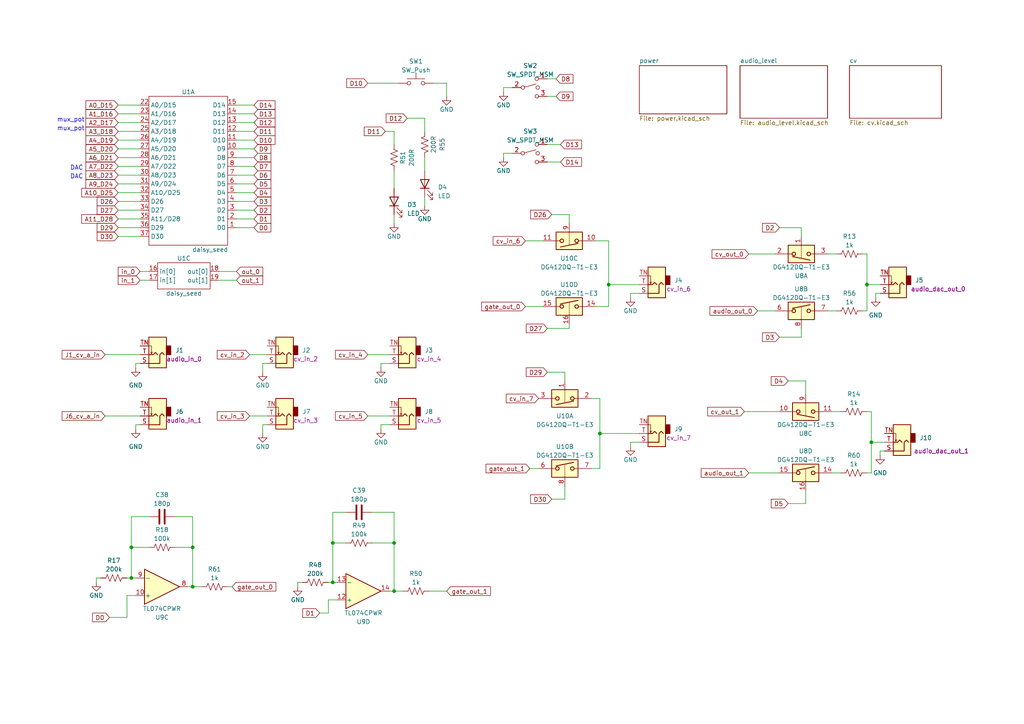
<source format=kicad_sch>
(kicad_sch (version 20230121) (generator eeschema)
  (paper "A4")
  (lib_symbols
    (symbol "Amplifier_Operational:TL074" (pin_names (offset 0.127))
      (property "Reference" "U" (at 0 5.08 0))
      (property "Value" "TL074" (at 0 -5.08 0))
      (symbol "TL074_1_1"
        (polyline (pts (xy -5.08 5.08) (xy 5.08 0) (xy -5.08 -5.08) (xy -5.08 5.08)) (stroke (width 0.254)) (fill (type background)))
        (pin output line (at 7.62 0 180) (length 2.54) (name "~") (number "1"))
        (pin input line (at -7.62 -2.54 0) (length 2.54) (name "-") (number "2"))
        (pin input line (at -7.62 2.54 0) (length 2.54) (name "+") (number "3"))
      )
      (symbol "TL074_2_1"
        (polyline (pts (xy -5.08 5.08) (xy 5.08 0) (xy -5.08 -5.08) (xy -5.08 5.08)) (stroke (width 0.254)) (fill (type background)))
        (pin input line (at -7.62 2.54 0) (length 2.54) (name "+") (number "5"))
        (pin input line (at -7.62 -2.54 0) (length 2.54) (name "-") (number "6"))
        (pin output line (at 7.62 0 180) (length 2.54) (name "~") (number "7"))
      )
      (symbol "TL074_3_1"
        (polyline (pts (xy -5.08 5.08) (xy 5.08 0) (xy -5.08 -5.08) (xy -5.08 5.08)) (stroke (width 0.254)) (fill (type background)))
        (pin input line (at -7.62 2.54 0) (length 2.54) (name "+") (number "10"))
        (pin output line (at 7.62 0 180) (length 2.54) (name "~") (number "8"))
        (pin input line (at -7.62 -2.54 0) (length 2.54) (name "-") (number "9"))
      )
      (symbol "TL074_4_1"
        (polyline (pts (xy -5.08 5.08) (xy 5.08 0) (xy -5.08 -5.08) (xy -5.08 5.08)) (stroke (width 0.254)) (fill (type background)))
        (pin input line (at -7.62 2.54 0) (length 2.54) (name "+") (number "12"))
        (pin input line (at -7.62 -2.54 0) (length 2.54) (name "-") (number "13"))
        (pin output line (at 7.62 0 180) (length 2.54) (name "~") (number "14"))
      )
      (symbol "TL074_5_1"
        (pin power_in line (at -2.54 -7.62 90) (length 3.81) (name "V-") (number "11"))
        (pin power_in line (at -2.54 7.62 270) (length 3.81) (name "V+") (number "4"))
      )
    )
    (symbol "Analog_Switch:DG412xUE" (pin_names (offset 0.254))
      (property "Reference" "U" (at -3.175 5.334 0))
      (property "Value" "DG412xUE" (at -3.175 3.556 0))
      (symbol "DG412xUE_1_1"
        (rectangle (start -3.81 2.54) (end 3.81 -2.54) (stroke (width 0.254)) (fill (type background)))
        (circle (center -2.159 0) (radius 0.508) (stroke (width 0.254)))
        (polyline (pts (xy -5.08 0) (xy -2.794 0)))
        (polyline (pts (xy -2.54 0.762) (xy 2.54 1.778)) (stroke (width 0.254)))
        (polyline (pts (xy 0 -2.54) (xy 0 -2.032)))
        (polyline (pts (xy 0 -1.778) (xy 0 -1.524)))
        (polyline (pts (xy 0 -1.27) (xy 0 -1.016)))
        (polyline (pts (xy 0 -0.762) (xy 0 -0.508)))
        (polyline (pts (xy 0 -0.254) (xy 0 0)))
        (polyline (pts (xy 0 0.254) (xy 0 0.508)))
        (polyline (pts (xy 0 0.762) (xy 0 1.016)))
        (polyline (pts (xy 5.08 0) (xy 2.794 0)))
        (circle (center 2.159 0) (radius 0.508) (stroke (width 0.254)))
        (pin input line (at 0 -5.08 90) (length 2.54) (name "~") (number "1"))
        (pin passive line (at -7.62 0 0) (length 2.54) (name "~") (number "2"))
        (pin passive line (at 7.62 0 180) (length 2.54) (name "~") (number "3"))
      )
      (symbol "DG412xUE_2_1"
        (rectangle (start -3.81 2.54) (end 3.81 -2.54) (stroke (width 0.254)) (fill (type background)))
        (circle (center -2.159 0) (radius 0.508) (stroke (width 0.254)))
        (polyline (pts (xy -5.08 0) (xy -2.794 0)))
        (polyline (pts (xy -2.54 0.762) (xy 2.54 1.778)) (stroke (width 0.254)))
        (polyline (pts (xy 0 -2.54) (xy 0 -2.032)))
        (polyline (pts (xy 0 -1.778) (xy 0 -1.524)))
        (polyline (pts (xy 0 -1.27) (xy 0 -1.016)))
        (polyline (pts (xy 0 -0.762) (xy 0 -0.508)))
        (polyline (pts (xy 0 -0.254) (xy 0 0)))
        (polyline (pts (xy 0 0.254) (xy 0 0.508)))
        (polyline (pts (xy 0 0.762) (xy 0 1.016)))
        (polyline (pts (xy 5.08 0) (xy 2.794 0)))
        (circle (center 2.159 0) (radius 0.508) (stroke (width 0.254)))
        (pin passive line (at -7.62 0 0) (length 2.54) (name "~") (number "6"))
        (pin passive line (at 7.62 0 180) (length 2.54) (name "~") (number "7"))
        (pin input line (at 0 -5.08 90) (length 2.54) (name "~") (number "8"))
      )
      (symbol "DG412xUE_3_1"
        (rectangle (start -3.81 2.54) (end 3.81 -2.54) (stroke (width 0.254)) (fill (type background)))
        (circle (center -2.159 0) (radius 0.508) (stroke (width 0.254)))
        (polyline (pts (xy -5.08 0) (xy -2.794 0)))
        (polyline (pts (xy -2.54 0.762) (xy 2.54 1.778)) (stroke (width 0.254)))
        (polyline (pts (xy 0 -2.54) (xy 0 -2.032)))
        (polyline (pts (xy 0 -1.778) (xy 0 -1.524)))
        (polyline (pts (xy 0 -1.27) (xy 0 -1.016)))
        (polyline (pts (xy 0 -0.762) (xy 0 -0.508)))
        (polyline (pts (xy 0 -0.254) (xy 0 0)))
        (polyline (pts (xy 0 0.254) (xy 0 0.508)))
        (polyline (pts (xy 0 0.762) (xy 0 1.016)))
        (polyline (pts (xy 5.08 0) (xy 2.794 0)))
        (circle (center 2.159 0) (radius 0.508) (stroke (width 0.254)))
        (pin passive line (at -7.62 0 0) (length 2.54) (name "~") (number "10"))
        (pin passive line (at 7.62 0 180) (length 2.54) (name "~") (number "11"))
        (pin input line (at 0 -5.08 90) (length 2.54) (name "~") (number "9"))
      )
      (symbol "DG412xUE_4_1"
        (rectangle (start -3.81 2.54) (end 3.81 -2.54) (stroke (width 0.254)) (fill (type background)))
        (circle (center -2.159 0) (radius 0.508) (stroke (width 0.254)))
        (polyline (pts (xy -5.08 0) (xy -2.794 0)))
        (polyline (pts (xy -2.54 0.762) (xy 2.54 1.778)) (stroke (width 0.254)))
        (polyline (pts (xy 0 -2.54) (xy 0 -2.032)))
        (polyline (pts (xy 0 -1.778) (xy 0 -1.524)))
        (polyline (pts (xy 0 -1.27) (xy 0 -1.016)))
        (polyline (pts (xy 0 -0.762) (xy 0 -0.508)))
        (polyline (pts (xy 0 -0.254) (xy 0 0)))
        (polyline (pts (xy 0 0.254) (xy 0 0.508)))
        (polyline (pts (xy 0 0.762) (xy 0 1.016)))
        (polyline (pts (xy 5.08 0) (xy 2.794 0)))
        (circle (center 2.159 0) (radius 0.508) (stroke (width 0.254)))
        (pin passive line (at 7.62 0 180) (length 2.54) (name "~") (number "14"))
        (pin passive line (at -7.62 0 0) (length 2.54) (name "~") (number "15"))
        (pin input line (at 0 -5.08 90) (length 2.54) (name "~") (number "16"))
      )
      (symbol "DG412xUE_5_0"
        (pin power_in line (at 2.54 12.7 270) (length 2.54) (name "VL") (number "12"))
        (pin power_in line (at 0 12.7 270) (length 2.54) (name "V+") (number "13"))
        (pin power_in line (at 2.54 -12.7 90) (length 2.54) (name "V-") (number "4"))
        (pin power_in line (at 0 -12.7 90) (length 2.54) (name "GND") (number "5"))
      )
      (symbol "DG412xUE_5_1"
        (rectangle (start -3.81 10.16) (end 6.35 -10.16) (stroke (width 0.254)) (fill (type background)))
      )
    )
    (symbol "Connector_Audio:AudioJack2_SwitchT"
      (property "Reference" "J" (at 0 8.89 0))
      (property "Value" "AudioJack2_SwitchT" (at 0 6.35 0))
      (symbol "AudioJack2_SwitchT_0_1"
        (rectangle (start -2.54 0) (end -3.81 -2.54) (stroke (width 0.254)) (fill (type outline)))
        (polyline (pts (xy 1.778 -0.254) (xy 2.032 -0.762)))
        (polyline (pts (xy 0 0) (xy 0.635 -0.635) (xy 1.27 0) (xy 2.54 0)) (stroke (width 0.254)))
        (polyline (pts (xy 2.54 -2.54) (xy 1.778 -2.54) (xy 1.778 -0.254) (xy 1.524 -0.762)))
        (polyline (pts (xy 2.54 2.54) (xy -0.635 2.54) (xy -0.635 0) (xy -1.27 -0.635) (xy -1.905 0)) (stroke (width 0.254)))
        (rectangle (start 2.54 3.81) (end -2.54 -5.08) (stroke (width 0.254)) (fill (type background)))
      )
      (symbol "AudioJack2_SwitchT_1_1"
        (pin passive line (at 5.08 2.54 180) (length 2.54) (name "~") (number "S"))
        (pin passive line (at 5.08 0 180) (length 2.54) (name "~") (number "T"))
        (pin passive line (at 5.08 -2.54 180) (length 2.54) (name "~") (number "TN"))
      )
    )
    (symbol "Device:C" (pin_numbers hide) (pin_names (offset 0.254))
      (property "Reference" "C" (at 0.635 2.54 0))
      (property "Value" "C" (at 0.635 -2.54 0))
      (symbol "C_0_1"
        (polyline (pts (xy -2.032 -0.762) (xy 2.032 -0.762)) (stroke (width 0.508)))
        (polyline (pts (xy -2.032 0.762) (xy 2.032 0.762)) (stroke (width 0.508)))
      )
      (symbol "C_1_1"
        (pin passive line (at 0 3.81 270) (length 2.794) (name "~") (number "1"))
        (pin passive line (at 0 -3.81 90) (length 2.794) (name "~") (number "2"))
      )
    )
    (symbol "Device:LED" (pin_numbers hide) (pin_names (offset 1.016) hide)
      (property "Reference" "D" (at 0 2.54 0))
      (property "Value" "LED" (at 0 -2.54 0))
      (symbol "LED_0_1"
        (polyline (pts (xy -1.27 -1.27) (xy -1.27 1.27)) (stroke (width 0.254)))
        (polyline (pts (xy -1.27 0) (xy 1.27 0)))
        (polyline (pts (xy 1.27 -1.27) (xy 1.27 1.27) (xy -1.27 0) (xy 1.27 -1.27)) (stroke (width 0.254)))
        (polyline (pts (xy -3.048 -0.762) (xy -4.572 -2.286) (xy -3.81 -2.286) (xy -4.572 -2.286) (xy -4.572 -1.524)))
        (polyline (pts (xy -1.778 -0.762) (xy -3.302 -2.286) (xy -2.54 -2.286) (xy -3.302 -2.286) (xy -3.302 -1.524)))
      )
      (symbol "LED_1_1"
        (pin passive line (at -3.81 0 0) (length 2.54) (name "K") (number "1"))
        (pin passive line (at 3.81 0 180) (length 2.54) (name "A") (number "2"))
      )
    )
    (symbol "Device:R_US" (pin_numbers hide) (pin_names (offset 0))
      (property "Reference" "R" (at 2.54 0 90))
      (property "Value" "R_US" (at -2.54 0 90))
      (symbol "R_US_0_1"
        (polyline (pts (xy 0 -2.286) (xy 0 -2.54)))
        (polyline (pts (xy 0 2.286) (xy 0 2.54)))
        (polyline (pts (xy 0 -0.762) (xy 1.016 -1.143) (xy 0 -1.524) (xy -1.016 -1.905) (xy 0 -2.286)))
        (polyline (pts (xy 0 0.762) (xy 1.016 0.381) (xy 0 0) (xy -1.016 -0.381) (xy 0 -0.762)))
        (polyline (pts (xy 0 2.286) (xy 1.016 1.905) (xy 0 1.524) (xy -1.016 1.143) (xy 0 0.762)))
      )
      (symbol "R_US_1_1"
        (pin passive line (at 0 3.81 270) (length 1.27) (name "~") (number "1"))
        (pin passive line (at 0 -3.81 90) (length 1.27) (name "~") (number "2"))
      )
    )
    (symbol "Switch:SW_Push" (pin_numbers hide) (pin_names (offset 1.016) hide)
      (property "Reference" "SW" (at 1.27 2.54 0))
      (property "Value" "SW_Push" (at 0 -1.524 0))
      (symbol "SW_Push_0_1"
        (circle (center -2.032 0) (radius 0.508))
        (polyline (pts (xy 0 1.27) (xy 0 3.048)))
        (polyline (pts (xy 2.54 1.27) (xy -2.54 1.27)))
        (circle (center 2.032 0) (radius 0.508))
        (pin passive line (at -5.08 0 0) (length 2.54) (name "1") (number "1"))
        (pin passive line (at 5.08 0 180) (length 2.54) (name "2") (number "2"))
      )
    )
    (symbol "Switch:SW_SPDT_MSM" (pin_names (offset 0) hide)
      (property "Reference" "SW" (at 0 5.08 0))
      (property "Value" "SW_SPDT_MSM" (at 0 -5.08 0))
      (symbol "SW_SPDT_MSM_0_0"
        (circle (center -2.032 0) (radius 0.508))
        (polyline (pts (xy -1.524 0.127) (xy 1.778 1.016)))
        (circle (center 2.032 -2.54) (radius 0.508))
      )
      (symbol "SW_SPDT_MSM_0_1"
        (circle (center 2.032 2.54) (radius 0.508))
        (circle (center 2.286 0) (radius 0.508))
      )
      (symbol "SW_SPDT_MSM_1_1"
        (pin passive line (at 5.08 2.54 180) (length 2.54) (name "1") (number "1"))
        (pin passive line (at -5.08 0 0) (length 2.54) (name "2") (number "2"))
        (pin passive line (at 5.08 -2.54 180) (length 2.54) (name "3") (number "3"))
      )
    )
    (symbol "daisy_seed_1"
      (property "Reference" "U" (at -6.35 1.27 0))
      (symbol "daisy_seed_1_1_1"
        (rectangle (start -11.43 0) (end -11.43 0))
        (rectangle (start -11.43 0) (end 11.43 -43.18))
        (pin input line (at 13.97 -38.1 180) (length 2.54) (name "D0") (number "1"))
        (pin input line (at 13.97 -15.24 180) (length 2.54) (name "D9") (number "10"))
        (pin input line (at 13.97 -12.7 180) (length 2.54) (name "D10") (number "11"))
        (pin input line (at 13.97 -10.16 180) (length 2.54) (name "D11") (number "12"))
        (pin input line (at 13.97 -7.62 180) (length 2.54) (name "D12") (number "13"))
        (pin input line (at 13.97 -5.08 180) (length 2.54) (name "D13") (number "14"))
        (pin input line (at 13.97 -2.54 180) (length 2.54) (name "D14") (number "15"))
        (pin input line (at 13.97 -35.56 180) (length 2.54) (name "D1") (number "2"))
        (pin bidirectional line (at -13.97 -2.54 0) (length 2.54) (name "A0/D15") (number "22"))
        (pin bidirectional line (at -13.97 -5.08 0) (length 2.54) (name "A1/D16") (number "23"))
        (pin bidirectional line (at -13.97 -7.62 0) (length 2.54) (name "A2/D17") (number "24"))
        (pin bidirectional line (at -13.97 -10.16 0) (length 2.54) (name "A3/D18") (number "25"))
        (pin bidirectional line (at -13.97 -12.7 0) (length 2.54) (name "A4/D19") (number "26"))
        (pin bidirectional line (at -13.97 -15.24 0) (length 2.54) (name "A5/D20") (number "27"))
        (pin bidirectional line (at -13.97 -17.78 0) (length 2.54) (name "A6/D21") (number "28"))
        (pin bidirectional line (at -13.97 -20.32 0) (length 2.54) (name "A7/D22") (number "29"))
        (pin input line (at 13.97 -33.02 180) (length 2.54) (name "D2") (number "3"))
        (pin bidirectional line (at -13.97 -22.86 0) (length 2.54) (name "A8/D23") (number "30"))
        (pin bidirectional line (at -13.97 -25.4 0) (length 2.54) (name "A9/D24") (number "31"))
        (pin bidirectional line (at -13.97 -27.94 0) (length 2.54) (name "A10/D25") (number "32"))
        (pin bidirectional line (at -13.97 -30.48 0) (length 2.54) (name "D26") (number "33"))
        (pin bidirectional line (at -13.97 -33.02 0) (length 2.54) (name "D27") (number "34"))
        (pin bidirectional line (at -13.97 -35.56 0) (length 2.54) (name "A11/D28") (number "35"))
        (pin bidirectional line (at -13.97 -38.1 0) (length 2.54) (name "D29") (number "36"))
        (pin bidirectional line (at -13.97 -40.64 0) (length 2.54) (name "D30") (number "37"))
        (pin input line (at 13.97 -30.48 180) (length 2.54) (name "D3") (number "4"))
        (pin input line (at 13.97 -27.94 180) (length 2.54) (name "D4") (number "5"))
        (pin input line (at 13.97 -25.4 180) (length 2.54) (name "D5") (number "6"))
        (pin input line (at 13.97 -22.86 180) (length 2.54) (name "D6") (number "7"))
        (pin input line (at 13.97 -20.32 180) (length 2.54) (name "D7") (number "8"))
        (pin input line (at 13.97 -17.78 180) (length 2.54) (name "D8") (number "9"))
      )
      (symbol "daisy_seed_1_2_1"
        (rectangle (start -10.16 0) (end 10.16 -12.7))
        (pin power_in line (at -12.7 -10.16 0) (length 2.54) (name "AGND") (number "20"))
        (pin power_out line (at 12.7 -8.89 180) (length 2.54) (name "3V3_Analog") (number "21"))
        (pin power_out line (at 12.7 -3.81 180) (length 2.54) (name "3V3_Digital") (number "38"))
        (pin power_in line (at -12.7 -2.54 0) (length 2.54) (name "VIN") (number "39"))
        (pin power_in line (at -12.7 -6.35 0) (length 2.54) (name "DGND") (number "40"))
      )
      (symbol "daisy_seed_1_3_1"
        (rectangle (start -7.62 0) (end 7.62 -7.62))
        (pin input line (at -10.16 -2.54 0) (length 2.54) (name "in[0]") (number "16"))
        (pin input line (at -10.16 -5.08 0) (length 2.54) (name "in[1]") (number "17"))
        (pin output line (at 10.16 -2.54 180) (length 2.54) (name "out[0]") (number "18"))
        (pin output line (at 10.16 -5.08 180) (length 2.54) (name "out[1]") (number "19"))
      )
    )
    (symbol "power:GND" (power) (pin_names (offset 0))
      (property "Value" "GND" (at 0 -3.81 0))
      (symbol "GND_0_1"
        (polyline (pts (xy 0 0) (xy 0 -1.27) (xy 1.27 -1.27) (xy 0 -2.54) (xy -1.27 -1.27) (xy 0 -1.27)))
      )
      (symbol "GND_1_1"
        (pin power_in line (at 0 0 270) (length 0) hide (name "GND") (number "1"))
      )
    )
    (symbol "synthesis:daisy_seed"
      (property "Reference" "U" (at -6.35 1.27 0))
      (symbol "daisy_seed_1_1"
        (rectangle (start -11.43 0) (end -11.43 0))
        (rectangle (start -11.43 0) (end 11.43 -43.18))
        (pin input line (at 13.97 -38.1 180) (length 2.54) (name "D0") (number "1"))
        (pin input line (at 13.97 -15.24 180) (length 2.54) (name "D9") (number "10"))
        (pin input line (at 13.97 -12.7 180) (length 2.54) (name "D10") (number "11"))
        (pin input line (at 13.97 -10.16 180) (length 2.54) (name "D11") (number "12"))
        (pin input line (at 13.97 -7.62 180) (length 2.54) (name "D12") (number "13"))
        (pin input line (at 13.97 -5.08 180) (length 2.54) (name "D13") (number "14"))
        (pin input line (at 13.97 -2.54 180) (length 2.54) (name "D14") (number "15"))
        (pin input line (at 13.97 -35.56 180) (length 2.54) (name "D1") (number "2"))
        (pin bidirectional line (at -13.97 -2.54 0) (length 2.54) (name "A0/D15") (number "22"))
        (pin bidirectional line (at -13.97 -5.08 0) (length 2.54) (name "A1/D16") (number "23"))
        (pin bidirectional line (at -13.97 -7.62 0) (length 2.54) (name "A2/D17") (number "24"))
        (pin bidirectional line (at -13.97 -10.16 0) (length 2.54) (name "A3/D18") (number "25"))
        (pin bidirectional line (at -13.97 -12.7 0) (length 2.54) (name "A4/D19") (number "26"))
        (pin bidirectional line (at -13.97 -15.24 0) (length 2.54) (name "A5/D20") (number "27"))
        (pin bidirectional line (at -13.97 -17.78 0) (length 2.54) (name "A6/D21") (number "28"))
        (pin bidirectional line (at -13.97 -20.32 0) (length 2.54) (name "A7/D22") (number "29"))
        (pin input line (at 13.97 -33.02 180) (length 2.54) (name "D2") (number "3"))
        (pin bidirectional line (at -13.97 -22.86 0) (length 2.54) (name "A8/D23") (number "30"))
        (pin bidirectional line (at -13.97 -25.4 0) (length 2.54) (name "A9/D24") (number "31"))
        (pin bidirectional line (at -13.97 -27.94 0) (length 2.54) (name "A10/D25") (number "32"))
        (pin bidirectional line (at -13.97 -30.48 0) (length 2.54) (name "D26") (number "33"))
        (pin bidirectional line (at -13.97 -33.02 0) (length 2.54) (name "D27") (number "34"))
        (pin bidirectional line (at -13.97 -35.56 0) (length 2.54) (name "A11/D28") (number "35"))
        (pin bidirectional line (at -13.97 -38.1 0) (length 2.54) (name "D29") (number "36"))
        (pin bidirectional line (at -13.97 -40.64 0) (length 2.54) (name "D30") (number "37"))
        (pin input line (at 13.97 -30.48 180) (length 2.54) (name "D3") (number "4"))
        (pin input line (at 13.97 -27.94 180) (length 2.54) (name "D4") (number "5"))
        (pin input line (at 13.97 -25.4 180) (length 2.54) (name "D5") (number "6"))
        (pin input line (at 13.97 -22.86 180) (length 2.54) (name "D6") (number "7"))
        (pin input line (at 13.97 -20.32 180) (length 2.54) (name "D7") (number "8"))
        (pin input line (at 13.97 -17.78 180) (length 2.54) (name "D8") (number "9"))
      )
      (symbol "daisy_seed_2_1"
        (rectangle (start -10.16 0) (end 10.16 -12.7))
        (pin power_in line (at -12.7 -10.16 0) (length 2.54) (name "AGND") (number "20"))
        (pin power_out line (at 12.7 -8.89 180) (length 2.54) (name "3V3_Analog") (number "21"))
        (pin power_out line (at 12.7 -3.81 180) (length 2.54) (name "3V3_Digital") (number "38"))
        (pin power_in line (at -12.7 -2.54 0) (length 2.54) (name "VIN") (number "39"))
        (pin power_in line (at -12.7 -6.35 0) (length 2.54) (name "DGND") (number "40"))
      )
      (symbol "daisy_seed_3_1"
        (rectangle (start -7.62 0) (end 7.62 -7.62))
        (pin input line (at -10.16 -2.54 0) (length 2.54) (name "in[0]") (number "16"))
        (pin input line (at -10.16 -5.08 0) (length 2.54) (name "in[1]") (number "17"))
        (pin output line (at 10.16 -2.54 180) (length 2.54) (name "out[0]") (number "18"))
        (pin output line (at 10.16 -5.08 180) (length 2.54) (name "out[1]") (number "19"))
      )
    )
  )
  (junction (at 252.73 128.27))
  (junction (at 38.1 158.75))
  (junction (at 96.52 157.48))
  (junction (at 251.46 82.55))
  (junction (at 173.99 125.73))
  (junction (at 114.3 171.45))
  (junction (at 38.1 167.64))
  (junction (at 55.88 170.18))
  (junction (at 55.88 158.75))
  (junction (at 176.53 82.55))
  (junction (at 114.3 157.48))
  (junction (at 96.52 168.91))
  (wire (pts (xy 252.73 128.27) (xy 256.54 128.27)))
  (wire (pts (xy 34.29 66.04) (xy 40.64 66.04)))
  (wire (pts (xy 38.1 149.86) (xy 38.1 158.75)))
  (wire (pts (xy 160.02 62.23) (xy 165.1 62.23)))
  (wire (pts (xy 55.88 158.75) (xy 55.88 170.18)))
  (wire (pts (xy 232.41 66.04) (xy 232.41 68.58)))
  (wire (pts (xy 34.29 40.64) (xy 40.64 40.64)))
  (wire (pts (xy 110.49 106.68) (xy 110.49 105.41)))
  (wire (pts (xy 55.88 149.86) (xy 55.88 158.75)))
  (wire (pts (xy 123.19 57.15) (xy 123.19 59.69)))
  (wire (pts (xy 39.37 105.41) (xy 40.64 105.41)))
  (wire (pts (xy 107.95 148.59) (xy 114.3 148.59)))
  (wire (pts (xy 38.1 167.64) (xy 38.1 158.75)))
  (wire (pts (xy 27.94 168.91) (xy 27.94 167.64)))
  (wire (pts (xy 68.58 33.02) (xy 73.66 33.02)))
  (wire (pts (xy 114.3 157.48) (xy 114.3 171.45)))
  (wire (pts (xy 255.27 132.08) (xy 255.27 130.81)))
  (wire (pts (xy 182.88 86.36) (xy 182.88 85.09)))
  (wire (pts (xy 55.88 170.18) (xy 58.42 170.18)))
  (wire (pts (xy 172.72 69.85) (xy 176.53 69.85)))
  (wire (pts (xy 76.2 125.73) (xy 76.2 123.19)))
  (wire (pts (xy 38.1 167.64) (xy 39.37 167.64)))
  (wire (pts (xy 232.41 97.79) (xy 232.41 95.25)))
  (wire (pts (xy 158.75 46.99) (xy 162.56 46.99)))
  (wire (pts (xy 63.5 78.74) (xy 68.58 78.74)))
  (wire (pts (xy 68.58 43.18) (xy 73.66 43.18)))
  (wire (pts (xy 34.29 58.42) (xy 40.64 58.42)))
  (wire (pts (xy 96.52 148.59) (xy 96.52 157.48)))
  (wire (pts (xy 163.83 107.95) (xy 163.83 110.49)))
  (wire (pts (xy 125.73 24.13) (xy 129.54 24.13)))
  (wire (pts (xy 34.29 55.88) (xy 40.64 55.88)))
  (wire (pts (xy 68.58 53.34) (xy 73.66 53.34)))
  (wire (pts (xy 68.58 35.56) (xy 73.66 35.56)))
  (wire (pts (xy 251.46 82.55) (xy 251.46 90.17)))
  (wire (pts (xy 158.75 22.86) (xy 161.29 22.86)))
  (wire (pts (xy 34.29 35.56) (xy 40.64 35.56)))
  (wire (pts (xy 124.46 171.45) (xy 129.54 171.45)))
  (wire (pts (xy 34.29 30.48) (xy 40.64 30.48)))
  (wire (pts (xy 228.6 110.49) (xy 233.68 110.49)))
  (wire (pts (xy 182.88 129.54) (xy 182.88 128.27)))
  (wire (pts (xy 111.76 38.1) (xy 114.3 38.1)))
  (wire (pts (xy 72.39 102.87) (xy 77.47 102.87)))
  (wire (pts (xy 250.19 90.17) (xy 251.46 90.17)))
  (wire (pts (xy 176.53 82.55) (xy 185.42 82.55)))
  (wire (pts (xy 176.53 88.9) (xy 176.53 82.55)))
  (wire (pts (xy 118.11 34.29) (xy 123.19 34.29)))
  (wire (pts (xy 68.58 66.04) (xy 73.66 66.04)))
  (wire (pts (xy 68.58 55.88) (xy 73.66 55.88)))
  (wire (pts (xy 106.68 120.65) (xy 113.03 120.65)))
  (wire (pts (xy 76.2 105.41) (xy 77.47 105.41)))
  (wire (pts (xy 106.68 102.87) (xy 113.03 102.87)))
  (wire (pts (xy 39.37 106.68) (xy 39.37 105.41)))
  (wire (pts (xy 34.29 60.96) (xy 40.64 60.96)))
  (wire (pts (xy 158.75 107.95) (xy 163.83 107.95)))
  (wire (pts (xy 68.58 63.5) (xy 73.66 63.5)))
  (wire (pts (xy 27.94 167.64) (xy 29.21 167.64)))
  (wire (pts (xy 160.02 144.78) (xy 163.83 144.78)))
  (wire (pts (xy 50.8 158.75) (xy 55.88 158.75)))
  (wire (pts (xy 165.1 62.23) (xy 165.1 64.77)))
  (wire (pts (xy 252.73 119.38) (xy 251.46 119.38)))
  (wire (pts (xy 86.36 170.18) (xy 86.36 168.91)))
  (wire (pts (xy 66.04 170.18) (xy 67.31 170.18)))
  (wire (pts (xy 95.25 173.99) (xy 95.25 177.8)))
  (wire (pts (xy 36.83 172.72) (xy 39.37 172.72)))
  (wire (pts (xy 100.33 148.59) (xy 96.52 148.59)))
  (wire (pts (xy 76.2 107.95) (xy 76.2 105.41)))
  (wire (pts (xy 34.29 48.26) (xy 40.64 48.26)))
  (wire (pts (xy 114.3 148.59) (xy 114.3 157.48)))
  (wire (pts (xy 114.3 171.45) (xy 116.84 171.45)))
  (wire (pts (xy 233.68 110.49) (xy 233.68 114.3)))
  (wire (pts (xy 38.1 158.75) (xy 43.18 158.75)))
  (wire (pts (xy 95.25 173.99) (xy 97.79 173.99)))
  (wire (pts (xy 182.88 85.09) (xy 185.42 85.09)))
  (wire (pts (xy 251.46 73.66) (xy 250.19 73.66)))
  (wire (pts (xy 107.95 157.48) (xy 114.3 157.48)))
  (wire (pts (xy 158.75 27.94) (xy 161.29 27.94)))
  (wire (pts (xy 173.99 125.73) (xy 185.42 125.73)))
  (wire (pts (xy 95.25 168.91) (xy 96.52 168.91)))
  (wire (pts (xy 72.39 120.65) (xy 77.47 120.65)))
  (wire (pts (xy 34.29 68.58) (xy 40.64 68.58)))
  (wire (pts (xy 251.46 137.16) (xy 252.73 137.16)))
  (wire (pts (xy 68.58 38.1) (xy 73.66 38.1)))
  (wire (pts (xy 30.48 120.65) (xy 40.64 120.65)))
  (wire (pts (xy 152.4 88.9) (xy 157.48 88.9)))
  (wire (pts (xy 152.4 69.85) (xy 157.48 69.85)))
  (wire (pts (xy 254 85.09) (xy 255.27 85.09)))
  (wire (pts (xy 240.03 90.17) (xy 242.57 90.17)))
  (wire (pts (xy 165.1 95.25) (xy 165.1 93.98)))
  (wire (pts (xy 68.58 58.42) (xy 73.66 58.42)))
  (wire (pts (xy 50.8 149.86) (xy 55.88 149.86)))
  (wire (pts (xy 34.29 53.34) (xy 40.64 53.34)))
  (wire (pts (xy 252.73 128.27) (xy 252.73 119.38)))
  (wire (pts (xy 217.17 137.16) (xy 226.06 137.16)))
  (wire (pts (xy 146.05 25.4) (xy 148.59 25.4)))
  (wire (pts (xy 34.29 63.5) (xy 40.64 63.5)))
  (wire (pts (xy 254 86.36) (xy 254 85.09)))
  (wire (pts (xy 163.83 144.78) (xy 163.83 140.97)))
  (wire (pts (xy 219.71 90.17) (xy 224.79 90.17)))
  (wire (pts (xy 92.71 177.8) (xy 95.25 177.8)))
  (wire (pts (xy 34.29 38.1) (xy 40.64 38.1)))
  (wire (pts (xy 171.45 135.89) (xy 173.99 135.89)))
  (wire (pts (xy 146.05 44.45) (xy 148.59 44.45)))
  (wire (pts (xy 173.99 125.73) (xy 173.99 135.89)))
  (wire (pts (xy 114.3 62.23) (xy 114.3 64.77)))
  (wire (pts (xy 110.49 124.46) (xy 110.49 123.19)))
  (wire (pts (xy 171.45 115.57) (xy 173.99 115.57)))
  (wire (pts (xy 251.46 82.55) (xy 251.46 73.66)))
  (wire (pts (xy 251.46 82.55) (xy 255.27 82.55)))
  (wire (pts (xy 100.33 157.48) (xy 96.52 157.48)))
  (wire (pts (xy 31.75 179.07) (xy 36.83 179.07)))
  (wire (pts (xy 241.3 137.16) (xy 243.84 137.16)))
  (wire (pts (xy 240.03 73.66) (xy 242.57 73.66)))
  (wire (pts (xy 114.3 38.1) (xy 114.3 41.91)))
  (wire (pts (xy 68.58 50.8) (xy 73.66 50.8)))
  (wire (pts (xy 68.58 48.26) (xy 73.66 48.26)))
  (wire (pts (xy 34.29 50.8) (xy 40.64 50.8)))
  (wire (pts (xy 96.52 157.48) (xy 96.52 168.91)))
  (wire (pts (xy 153.67 135.89) (xy 156.21 135.89)))
  (wire (pts (xy 36.83 172.72) (xy 36.83 179.07)))
  (wire (pts (xy 123.19 45.72) (xy 123.19 49.53)))
  (wire (pts (xy 158.75 41.91) (xy 162.56 41.91)))
  (wire (pts (xy 55.88 170.18) (xy 54.61 170.18)))
  (wire (pts (xy 182.88 128.27) (xy 185.42 128.27)))
  (wire (pts (xy 39.37 123.19) (xy 40.64 123.19)))
  (wire (pts (xy 76.2 123.19) (xy 77.47 123.19)))
  (wire (pts (xy 39.37 124.46) (xy 39.37 123.19)))
  (wire (pts (xy 217.17 73.66) (xy 224.79 73.66)))
  (wire (pts (xy 123.19 34.29) (xy 123.19 38.1)))
  (wire (pts (xy 110.49 123.19) (xy 113.03 123.19)))
  (wire (pts (xy 228.6 146.05) (xy 233.68 146.05)))
  (wire (pts (xy 30.48 102.87) (xy 40.64 102.87)))
  (wire (pts (xy 176.53 69.85) (xy 176.53 82.55)))
  (wire (pts (xy 215.9 119.38) (xy 226.06 119.38)))
  (wire (pts (xy 114.3 171.45) (xy 113.03 171.45)))
  (wire (pts (xy 255.27 130.81) (xy 256.54 130.81)))
  (wire (pts (xy 68.58 40.64) (xy 73.66 40.64)))
  (wire (pts (xy 34.29 45.72) (xy 40.64 45.72)))
  (wire (pts (xy 129.54 24.13) (xy 129.54 27.94)))
  (wire (pts (xy 241.3 119.38) (xy 243.84 119.38)))
  (wire (pts (xy 68.58 45.72) (xy 73.66 45.72)))
  (wire (pts (xy 114.3 49.53) (xy 114.3 54.61)))
  (wire (pts (xy 146.05 45.72) (xy 146.05 44.45)))
  (wire (pts (xy 233.68 146.05) (xy 233.68 142.24)))
  (wire (pts (xy 96.52 168.91) (xy 97.79 168.91)))
  (wire (pts (xy 40.64 81.28) (xy 43.18 81.28)))
  (wire (pts (xy 63.5 81.28) (xy 68.58 81.28)))
  (wire (pts (xy 106.68 24.13) (xy 115.57 24.13)))
  (wire (pts (xy 158.75 95.25) (xy 165.1 95.25)))
  (wire (pts (xy 252.73 137.16) (xy 252.73 128.27)))
  (wire (pts (xy 172.72 88.9) (xy 176.53 88.9)))
  (wire (pts (xy 34.29 33.02) (xy 40.64 33.02)))
  (wire (pts (xy 43.18 149.86) (xy 38.1 149.86)))
  (wire (pts (xy 146.05 26.67) (xy 146.05 25.4)))
  (wire (pts (xy 226.06 97.79) (xy 232.41 97.79)))
  (wire (pts (xy 36.83 167.64) (xy 38.1 167.64)))
  (wire (pts (xy 86.36 168.91) (xy 87.63 168.91)))
  (wire (pts (xy 68.58 60.96) (xy 73.66 60.96)))
  (wire (pts (xy 226.06 66.04) (xy 232.41 66.04)))
  (wire (pts (xy 173.99 115.57) (xy 173.99 125.73)))
  (wire (pts (xy 34.29 43.18) (xy 40.64 43.18)))
  (wire (pts (xy 40.64 78.74) (xy 43.18 78.74)))
  (wire (pts (xy 68.58 30.48) (xy 73.66 30.48)))
  (wire (pts (xy 110.49 105.41) (xy 113.03 105.41)))
  (text "DAC" (at 20.32 49.53 0) (effects (font (size 1.27 1.27)) (justify left bottom)))
  (text "mux_pot" (at 16.51 35.56 0) (effects (font (size 1.27 1.27)) (justify left bottom)))
  (text "DAC" (at 20.32 52.07 0) (effects (font (size 1.27 1.27)) (justify left bottom)))
  (text "mux_pot" (at 16.51 38.1 0) (effects (font (size 1.27 1.27)) (justify left bottom)))
  (global_label "D12" (shape input) (at 73.66 35.56 0) (property "Intersheetrefs" "${INTERSHEET_REFS}" (effects hide)))
  (global_label "D2" (shape input) (at 73.66 60.96 0) (property "Intersheetrefs" "${INTERSHEET_REFS}" (effects hide)))
  (global_label "gate_out_0" (shape input) (at 152.4 88.9 180) (property "Intersheetrefs" "${INTERSHEET_REFS}" (effects hide)))
  (global_label "D0" (shape input) (at 31.75 179.07 180) (property "Intersheetrefs" "${INTERSHEET_REFS}" (effects hide)))
  (global_label "A8_D23" (shape input) (at 34.29 50.8 180) (property "Intersheetrefs" "${INTERSHEET_REFS}" (effects hide)))
  (global_label "D2" (shape input) (at 226.06 66.04 180) (property "Intersheetrefs" "${INTERSHEET_REFS}" (effects hide)))
  (global_label "A7_D22" (shape input) (at 34.29 48.26 180) (property "Intersheetrefs" "${INTERSHEET_REFS}" (effects hide)))
  (global_label "gate_out_0" (shape input) (at 67.31 170.18 0) (property "Intersheetrefs" "${INTERSHEET_REFS}" (effects hide)))
  (global_label "in_1" (shape input) (at 40.64 81.28 180) (property "Intersheetrefs" "${INTERSHEET_REFS}" (effects hide)))
  (global_label "cv_out_0" (shape input) (at 217.17 73.66 180) (property "Intersheetrefs" "${INTERSHEET_REFS}" (effects hide)))
  (global_label "D8" (shape input) (at 161.29 22.86 0) (property "Intersheetrefs" "${INTERSHEET_REFS}" (effects hide)))
  (global_label "D1" (shape input) (at 73.66 63.5 0) (property "Intersheetrefs" "${INTERSHEET_REFS}" (effects hide)))
  (global_label "D9" (shape input) (at 161.29 27.94 0) (property "Intersheetrefs" "${INTERSHEET_REFS}" (effects hide)))
  (global_label "cv_in_7" (shape input) (at 156.21 115.57 180) (property "Intersheetrefs" "${INTERSHEET_REFS}" (effects hide)))
  (global_label "gate_out_1" (shape input) (at 153.67 135.89 180) (property "Intersheetrefs" "${INTERSHEET_REFS}" (effects hide)))
  (global_label "D9" (shape input) (at 73.66 43.18 0) (property "Intersheetrefs" "${INTERSHEET_REFS}" (effects hide)))
  (global_label "J1_cv_a_in" (shape input) (at 30.48 102.87 180) (property "Intersheetrefs" "${INTERSHEET_REFS}" (effects hide)))
  (global_label "D4" (shape input) (at 228.6 110.49 180) (property "Intersheetrefs" "${INTERSHEET_REFS}" (effects hide)))
  (global_label "A0_D15" (shape input) (at 34.29 30.48 180) (property "Intersheetrefs" "${INTERSHEET_REFS}" (effects hide)))
  (global_label "D0" (shape input) (at 73.66 66.04 0) (property "Intersheetrefs" "${INTERSHEET_REFS}" (effects hide)))
  (global_label "cv_out_1" (shape input) (at 215.9 119.38 180) (property "Intersheetrefs" "${INTERSHEET_REFS}" (effects hide)))
  (global_label "A10_D25" (shape input) (at 34.29 55.88 180) (property "Intersheetrefs" "${INTERSHEET_REFS}" (effects hide)))
  (global_label "out_0" (shape input) (at 68.58 78.74 0) (property "Intersheetrefs" "${INTERSHEET_REFS}" (effects hide)))
  (global_label "D29" (shape input) (at 34.29 66.04 180) (property "Intersheetrefs" "${INTERSHEET_REFS}" (effects hide)))
  (global_label "D29" (shape input) (at 158.75 107.95 180) (property "Intersheetrefs" "${INTERSHEET_REFS}" (effects hide)))
  (global_label "D26" (shape input) (at 34.29 58.42 180) (property "Intersheetrefs" "${INTERSHEET_REFS}" (effects hide)))
  (global_label "in_0" (shape input) (at 40.64 78.74 180) (property "Intersheetrefs" "${INTERSHEET_REFS}" (effects hide)))
  (global_label "cv_in_2" (shape input) (at 72.39 102.87 180) (property "Intersheetrefs" "${INTERSHEET_REFS}" (effects hide)))
  (global_label "D6" (shape input) (at 73.66 50.8 0) (property "Intersheetrefs" "${INTERSHEET_REFS}" (effects hide)))
  (global_label "D5" (shape input) (at 228.6 146.05 180) (property "Intersheetrefs" "${INTERSHEET_REFS}" (effects hide)))
  (global_label "cv_in_4" (shape input) (at 106.68 102.87 180) (property "Intersheetrefs" "${INTERSHEET_REFS}" (effects hide)))
  (global_label "cv_in_3" (shape input) (at 72.39 120.65 180) (property "Intersheetrefs" "${INTERSHEET_REFS}" (effects hide)))
  (global_label "D12" (shape input) (at 118.11 34.29 180) (property "Intersheetrefs" "${INTERSHEET_REFS}" (effects hide)))
  (global_label "D13" (shape input) (at 162.56 41.91 0) (property "Intersheetrefs" "${INTERSHEET_REFS}" (effects hide)))
  (global_label "A9_D24" (shape input) (at 34.29 53.34 180) (property "Intersheetrefs" "${INTERSHEET_REFS}" (effects hide)))
  (global_label "gate_out_1" (shape input) (at 129.54 171.45 0) (property "Intersheetrefs" "${INTERSHEET_REFS}" (effects hide)))
  (global_label "out_1" (shape input) (at 68.58 81.28 0) (property "Intersheetrefs" "${INTERSHEET_REFS}" (effects hide)))
  (global_label "A6_D21" (shape input) (at 34.29 45.72 180) (property "Intersheetrefs" "${INTERSHEET_REFS}" (effects hide)))
  (global_label "A5_D20" (shape input) (at 34.29 43.18 180) (property "Intersheetrefs" "${INTERSHEET_REFS}" (effects hide)))
  (global_label "cv_in_5" (shape input) (at 106.68 120.65 180) (property "Intersheetrefs" "${INTERSHEET_REFS}" (effects hide)))
  (global_label "J6_cv_a_in" (shape input) (at 30.48 120.65 180) (property "Intersheetrefs" "${INTERSHEET_REFS}" (effects hide)))
  (global_label "D11" (shape input) (at 111.76 38.1 180) (property "Intersheetrefs" "${INTERSHEET_REFS}" (effects hide)))
  (global_label "D27" (shape input) (at 158.75 95.25 180) (property "Intersheetrefs" "${INTERSHEET_REFS}" (effects hide)))
  (global_label "D27" (shape input) (at 34.29 60.96 180) (property "Intersheetrefs" "${INTERSHEET_REFS}" (effects hide)))
  (global_label "audio_out_0" (shape input) (at 219.71 90.17 180) (property "Intersheetrefs" "${INTERSHEET_REFS}" (effects hide)))
  (global_label "A11_D28" (shape input) (at 34.29 63.5 180) (property "Intersheetrefs" "${INTERSHEET_REFS}" (effects hide)))
  (global_label "D3" (shape input) (at 73.66 58.42 0) (property "Intersheetrefs" "${INTERSHEET_REFS}" (effects hide)))
  (global_label "cv_in_6" (shape input) (at 152.4 69.85 180) (property "Intersheetrefs" "${INTERSHEET_REFS}" (effects hide)))
  (global_label "A3_D18" (shape input) (at 34.29 38.1 180) (property "Intersheetrefs" "${INTERSHEET_REFS}" (effects hide)))
  (global_label "A4_D19" (shape input) (at 34.29 40.64 180) (property "Intersheetrefs" "${INTERSHEET_REFS}" (effects hide)))
  (global_label "A1_D16" (shape input) (at 34.29 33.02 180) (property "Intersheetrefs" "${INTERSHEET_REFS}" (effects hide)))
  (global_label "D8" (shape input) (at 73.66 45.72 0) (property "Intersheetrefs" "${INTERSHEET_REFS}" (effects hide)))
  (global_label "D7" (shape input) (at 73.66 48.26 0) (property "Intersheetrefs" "${INTERSHEET_REFS}" (effects hide)))
  (global_label "D26" (shape input) (at 160.02 62.23 180) (property "Intersheetrefs" "${INTERSHEET_REFS}" (effects hide)))
  (global_label "D5" (shape input) (at 73.66 53.34 0) (property "Intersheetrefs" "${INTERSHEET_REFS}" (effects hide)))
  (global_label "D14" (shape input) (at 162.56 46.99 0) (property "Intersheetrefs" "${INTERSHEET_REFS}" (effects hide)))
  (global_label "D30" (shape input) (at 160.02 144.78 180) (property "Intersheetrefs" "${INTERSHEET_REFS}" (effects hide)))
  (global_label "audio_out_1" (shape input) (at 217.17 137.16 180) (property "Intersheetrefs" "${INTERSHEET_REFS}" (effects hide)))
  (global_label "D3" (shape input) (at 226.06 97.79 180) (property "Intersheetrefs" "${INTERSHEET_REFS}" (effects hide)))
  (global_label "A2_D17" (shape input) (at 34.29 35.56 180) (property "Intersheetrefs" "${INTERSHEET_REFS}" (effects hide)))
  (global_label "D30" (shape input) (at 34.29 68.58 180) (property "Intersheetrefs" "${INTERSHEET_REFS}" (effects hide)))
  (global_label "D1" (shape input) (at 92.71 177.8 180) (property "Intersheetrefs" "${INTERSHEET_REFS}" (effects hide)))
  (global_label "D10" (shape input) (at 106.68 24.13 180) (property "Intersheetrefs" "${INTERSHEET_REFS}" (effects hide)))
  (global_label "D14" (shape input) (at 73.66 30.48 0) (property "Intersheetrefs" "${INTERSHEET_REFS}" (effects hide)))
  (global_label "D13" (shape input) (at 73.66 33.02 0) (property "Intersheetrefs" "${INTERSHEET_REFS}" (effects hide)))
  (global_label "D4" (shape input) (at 73.66 55.88 0) (property "Intersheetrefs" "${INTERSHEET_REFS}" (effects hide)))
  (global_label "D11" (shape input) (at 73.66 38.1 0) (property "Intersheetrefs" "${INTERSHEET_REFS}" (effects hide)))
  (global_label "D10" (shape input) (at 73.66 40.64 0) (property "Intersheetrefs" "${INTERSHEET_REFS}" (effects hide)))
  (symbol (lib_id "Analog_Switch:DG412xUE") (at 165.1 88.9 0) (unit 4)
    (property "Reference" "U10" (at 165.1 82.55 0))
    (property "Value" "DG412DQ-T1-E3" (at 165.1 85.09 0))
    (property "Footprint" "Package_SO:TSSOP-16_4.4x5mm_P0.65mm" (effects hide))
    (property "Datasheet" "https://datasheets.maximintegrated.com/en/ds/DG411-DG413.pdf" (effects hide))
  )
  (symbol (lib_id "Connector_Audio:AudioJack2_SwitchT") (at 118.11 102.87 180) (unit 1)
    (property "Reference" "J3" (at 123.19 101.6 0) (effects (justify right)))
    (property "Value" "thonkiconn" (effects hide))
    (property "Footprint" "synthesis:thonkiconn" (effects hide))
    (property "Signal" "cv_in_4" (at 124.46 104.14 0))
  )
  (symbol (lib_id "Connector_Audio:AudioJack2_SwitchT") (at 45.72 102.87 180) (unit 1)
    (property "Reference" "J1" (at 52.07 101.6 0))
    (property "Value" "thonkiconn" (effects hide))
    (property "Footprint" "synthesis:thonkiconn" (effects hide))
    (property "Signal" "audio_in_0" (at 48.26 104.14 0) (effects (justify right)))
  )
  (symbol (lib_id "Device:R_US") (at 123.19 41.91 0) (mirror x) (unit 1)
    (property "Reference" "R55" (at 128.27 41.91 90))
    (property "Value" "200R" (at 125.73 41.91 90))
    (property "Footprint" "Resistor_SMD:R_0603_1608Metric" (effects hide))
  )
  (symbol (lib_id "power:GND") (at 182.88 86.36 0) (unit 1)
    (property "Reference" "#PWR057" (effects hide))
    (property "Value" "GND" (at 182.88 90.17 0))
  )
  (symbol (lib_id "Device:R_US") (at 246.38 73.66 90) (unit 1)
    (property "Reference" "R13" (at 246.38 68.58 90))
    (property "Value" "1k" (at 246.38 71.12 90))
    (property "Footprint" "Capacitor_SMD:C_1210_3225Metric" (effects hide))
  )
  (symbol (lib_id "power:GND") (at 76.2 107.95 0) (unit 1)
    (property "Reference" "#PWR063" (effects hide))
    (property "Value" "GND" (at 76.2 111.76 0))
  )
  (symbol (lib_id "Device:R_US") (at 246.38 90.17 90) (unit 1)
    (property "Reference" "R56" (at 246.38 85.09 90))
    (property "Value" "1k" (at 246.38 87.63 90))
    (property "Footprint" "Capacitor_SMD:C_1210_3225Metric" (effects hide))
  )
  (symbol (lib_name "daisy_seed_1") (lib_id "synthesis:daisy_seed") (at 54.61 27.94 0) (unit 1)
    (property "Reference" "U1" (at 54.61 26.67 0))
    (property "Value" "daisy_seed" (at 60.96 72.39 0))
    (property "Footprint" "synthesis:daisy_seed" (effects hide))
  )
  (symbol (lib_id "Connector_Audio:AudioJack2_SwitchT") (at 261.62 128.27 180) (unit 1)
    (property "Reference" "J10" (at 266.7 127 0) (effects (justify right)))
    (property "Value" "thonkiconn" (effects hide))
    (property "Footprint" "synthesis:thonkiconn" (effects hide))
    (property "Signal" "audio_dac_out_1" (at 273.05 130.81 0))
  )
  (symbol (lib_id "Connector_Audio:AudioJack2_SwitchT") (at 260.35 82.55 180) (unit 1)
    (property "Reference" "J5" (at 265.43 81.28 0) (effects (justify right)))
    (property "Value" "thonkiconn" (effects hide))
    (property "Footprint" "synthesis:thonkiconn" (effects hide))
    (property "Signal" "audio_dac_out_0" (at 264.16 83.82 0) (effects (justify right)))
  )
  (symbol (lib_id "Analog_Switch:DG412xUE") (at 163.83 115.57 180) (unit 1)
    (property "Reference" "U10" (at 163.83 120.65 0))
    (property "Value" "DG412DQ-T1-E3" (at 163.83 123.19 0))
    (property "Footprint" "Package_SO:TSSOP-16_4.4x5mm_P0.65mm" (effects hide))
    (property "Datasheet" "https://datasheets.maximintegrated.com/en/ds/DG411-DG413.pdf" (effects hide))
  )
  (symbol (lib_id "power:GND") (at 123.19 59.69 0) (unit 1)
    (property "Reference" "#PWR0107" (effects hide))
    (property "Value" "GND" (at 123.19 63.5 0))
  )
  (symbol (lib_id "Analog_Switch:DG412xUE") (at 233.68 137.16 0) (unit 4)
    (property "Reference" "U8" (at 233.68 130.81 0))
    (property "Value" "DG412DQ-T1-E3" (at 233.68 133.35 0))
    (property "Footprint" "Package_SO:TSSOP-16_4.4x5mm_P0.65mm" (effects hide))
    (property "Datasheet" "https://datasheets.maximintegrated.com/en/ds/DG411-DG413.pdf" (effects hide))
  )
  (symbol (lib_id "Switch:SW_SPDT_MSM") (at 153.67 25.4 0) (unit 1)
    (property "Reference" "SW2" (at 153.797 19.05 0))
    (property "Value" "SW_SPDT_MSM" (at 153.797 21.59 0))
    (property "Footprint" "synthesis:subminiature_toggle_spdt_mom" (effects hide))
  )
  (symbol (lib_id "Device:R_US") (at 247.65 119.38 90) (unit 1)
    (property "Reference" "R14" (at 247.65 114.3 90))
    (property "Value" "1k" (at 247.65 116.84 90))
    (property "Footprint" "Capacitor_SMD:C_1210_3225Metric" (effects hide))
  )
  (symbol (lib_id "Device:C") (at 46.99 149.86 270) (unit 1)
    (property "Reference" "C38" (at 46.99 143.51 90))
    (property "Value" "180p" (at 46.99 146.05 90))
    (property "Footprint" "Capacitor_SMD:C_0603_1608Metric" (effects hide))
  )
  (symbol (lib_id "Switch:SW_Push") (at 120.65 24.13 0) (unit 1)
    (property "Reference" "SW1" (at 120.65 17.78 0))
    (property "Value" "SW_Push" (at 120.65 20.32 0))
    (property "Footprint" "Button_Switch_THT:SW_TH_Tactile_Omron_B3F-10xx" (effects hide))
  )
  (symbol (lib_id "Device:R_US") (at 33.02 167.64 90) (unit 1)
    (property "Reference" "R17" (at 33.02 162.56 90))
    (property "Value" "200k" (at 33.02 165.1 90))
    (property "Footprint" "Resistor_SMD:R_0603_1608Metric" (effects hide))
  )
  (symbol (lib_id "power:GND") (at 146.05 45.72 0) (unit 1)
    (property "Reference" "#PWR08" (effects hide))
    (property "Value" "GND" (at 146.05 49.53 0))
  )
  (symbol (lib_id "power:GND") (at 39.37 124.46 0) (unit 1)
    (property "Reference" "#PWR031" (effects hide))
    (property "Value" "GND" (at 39.37 129.54 0))
  )
  (symbol (lib_id "Amplifier_Operational:TL074") (at 105.41 171.45 0) (mirror x) (unit 4)
    (property "Reference" "U9" (at 105.41 180.34 0))
    (property "Value" "TL074CPWR" (at 105.41 177.8 0))
    (property "Footprint" "Package_SO:TSSOP-14_4.4x5mm_P0.65mm" (effects hide))
    (property "Datasheet" "http://www.ti.com/lit/ds/symlink/tl071.pdf" (effects hide))
  )
  (symbol (lib_id "Device:R_US") (at 247.65 137.16 90) (unit 1)
    (property "Reference" "R60" (at 247.65 132.08 90))
    (property "Value" "1k" (at 247.65 134.62 90))
    (property "Footprint" "Capacitor_SMD:C_1210_3225Metric" (effects hide))
  )
  (symbol (lib_id "Device:R_US") (at 62.23 170.18 90) (unit 1)
    (property "Reference" "R61" (at 62.23 165.1 90))
    (property "Value" "1k" (at 62.23 167.64 90))
    (property "Footprint" "Capacitor_SMD:C_1210_3225Metric" (effects hide))
  )
  (symbol (lib_id "Connector_Audio:AudioJack2_SwitchT") (at 190.5 82.55 180) (unit 1)
    (property "Reference" "J4" (at 195.58 81.28 0) (effects (justify right)))
    (property "Value" "thonkiconn" (effects hide))
    (property "Footprint" "synthesis:thonkiconn" (effects hide))
    (property "Signal" "cv_in_6" (at 196.85 83.82 0))
  )
  (symbol (lib_id "Device:C") (at 104.14 148.59 270) (unit 1)
    (property "Reference" "C39" (at 104.14 142.24 90))
    (property "Value" "180p" (at 104.14 144.78 90))
    (property "Footprint" "Capacitor_SMD:C_0603_1608Metric" (effects hide))
  )
  (symbol (lib_id "Connector_Audio:AudioJack2_SwitchT") (at 45.72 120.65 180) (unit 1)
    (property "Reference" "J6" (at 52.07 119.38 0))
    (property "Value" "thonkiconn" (effects hide))
    (property "Footprint" "synthesis:thonkiconn" (effects hide))
    (property "Signal" "audio_in_1" (at 48.26 121.92 0) (effects (justify right)))
  )
  (symbol (lib_id "Analog_Switch:DG412xUE") (at 163.83 135.89 0) (unit 2)
    (property "Reference" "U10" (at 163.83 129.54 0))
    (property "Value" "DG412DQ-T1-E3" (at 163.83 132.08 0))
    (property "Footprint" "Package_SO:TSSOP-16_4.4x5mm_P0.65mm" (effects hide))
    (property "Datasheet" "https://datasheets.maximintegrated.com/en/ds/DG411-DG413.pdf" (effects hide))
  )
  (symbol (lib_id "power:GND") (at 254 86.36 0) (unit 1)
    (property "Reference" "#PWR032" (effects hide))
    (property "Value" "GND" (at 254 91.44 0))
  )
  (symbol (lib_id "power:GND") (at 129.54 27.94 0) (unit 1)
    (property "Reference" "#PWR0112" (effects hide))
    (property "Value" "GND" (at 129.54 31.75 0))
  )
  (symbol (lib_id "Connector_Audio:AudioJack2_SwitchT") (at 118.11 120.65 180) (unit 1)
    (property "Reference" "J8" (at 123.19 119.38 0) (effects (justify right)))
    (property "Value" "thonkiconn" (effects hide))
    (property "Footprint" "synthesis:thonkiconn" (effects hide))
    (property "Signal" "cv_in_5" (at 124.46 121.92 0))
  )
  (symbol (lib_id "Connector_Audio:AudioJack2_SwitchT") (at 190.5 125.73 180) (unit 1)
    (property "Reference" "J9" (at 195.58 124.46 0) (effects (justify right)))
    (property "Value" "thonkiconn" (effects hide))
    (property "Footprint" "synthesis:thonkiconn" (effects hide))
    (property "Signal" "cv_in_7" (at 196.85 127 0))
  )
  (symbol (lib_id "power:GND") (at 110.49 124.46 0) (unit 1)
    (property "Reference" "#PWR064" (effects hide))
    (property "Value" "GND" (at 110.49 128.27 0))
  )
  (symbol (lib_id "Device:LED") (at 114.3 58.42 90) (unit 1)
    (property "Reference" "D3" (at 118.11 59.3725 90) (effects (justify right)))
    (property "Value" "LED" (at 118.11 61.9125 90) (effects (justify right)))
    (property "Footprint" "LED_THT:LED_D3.0mm" (effects hide))
  )
  (symbol (lib_id "Device:LED") (at 123.19 53.34 90) (unit 1)
    (property "Reference" "D4" (at 127 54.2925 90) (effects (justify right)))
    (property "Value" "LED" (at 127 56.8325 90) (effects (justify right)))
    (property "Footprint" "LED_THT:LED_D3.0mm" (effects hide))
  )
  (symbol (lib_id "power:GND") (at 86.36 170.18 0) (unit 1)
    (property "Reference" "#PWR0104" (effects hide))
    (property "Value" "GND" (at 86.36 173.99 0))
  )
  (symbol (lib_id "synthesis:daisy_seed") (at 53.34 76.2 0) (unit 3)
    (property "Reference" "U1" (at 53.34 74.93 0))
    (property "Value" "daisy_seed" (at 53.34 85.09 0))
    (property "Footprint" "synthesis:daisy_seed" (effects hide))
  )
  (symbol (lib_id "Connector_Audio:AudioJack2_SwitchT") (at 82.55 102.87 180) (unit 1)
    (property "Reference" "J2" (at 87.63 101.6 0) (effects (justify right)))
    (property "Value" "thonkiconn" (effects hide))
    (property "Footprint" "synthesis:thonkiconn" (effects hide))
    (property "Signal" "cv_in_2" (at 85.09 104.14 0) (effects (justify right)))
  )
  (symbol (lib_id "Analog_Switch:DG412xUE") (at 165.1 69.85 180) (unit 3)
    (property "Reference" "U10" (at 165.1 74.93 0))
    (property "Value" "DG412DQ-T1-E3" (at 165.1 77.47 0))
    (property "Footprint" "Package_SO:TSSOP-16_4.4x5mm_P0.65mm" (effects hide))
    (property "Datasheet" "https://datasheets.maximintegrated.com/en/ds/DG411-DG413.pdf" (effects hide))
  )
  (symbol (lib_id "Device:R_US") (at 120.65 171.45 90) (unit 1)
    (property "Reference" "R50" (at 120.65 166.37 90))
    (property "Value" "1k" (at 120.65 168.91 90))
    (property "Footprint" "Capacitor_SMD:C_1210_3225Metric" (effects hide))
  )
  (symbol (lib_id "power:GND") (at 39.37 106.68 0) (unit 1)
    (property "Reference" "#PWR029" (effects hide))
    (property "Value" "GND" (at 39.37 111.76 0))
  )
  (symbol (lib_id "Amplifier_Operational:TL074") (at 46.99 170.18 0) (mirror x) (unit 3)
    (property "Reference" "U9" (at 46.99 179.07 0))
    (property "Value" "TL074CPWR" (at 46.99 176.53 0))
    (property "Footprint" "Package_SO:TSSOP-14_4.4x5mm_P0.65mm" (effects hide))
    (property "Datasheet" "http://www.ti.com/lit/ds/symlink/tl071.pdf" (effects hide))
  )
  (symbol (lib_id "Device:R_US") (at 114.3 45.72 180) (unit 1)
    (property "Reference" "R51" (at 116.84 45.72 90))
    (property "Value" "200R" (at 119.38 45.72 90))
    (property "Footprint" "Resistor_SMD:R_0603_1608Metric" (effects hide))
  )
  (symbol (lib_id "power:GND") (at 27.94 168.91 0) (unit 1)
    (property "Reference" "#PWR0103" (effects hide))
    (property "Value" "GND" (at 27.94 172.72 0))
  )
  (symbol (lib_id "power:GND") (at 146.05 26.67 0) (unit 1)
    (property "Reference" "#PWR0105" (effects hide))
    (property "Value" "GND" (at 146.05 30.48 0))
  )
  (symbol (lib_id "power:GND") (at 182.88 129.54 0) (unit 1)
    (property "Reference" "#PWR056" (effects hide))
    (property "Value" "GND" (at 182.88 133.35 0))
  )
  (symbol (lib_id "Device:R_US") (at 91.44 168.91 90) (unit 1)
    (property "Reference" "R48" (at 91.44 163.83 90))
    (property "Value" "200k" (at 91.44 166.37 90))
    (property "Footprint" "Resistor_SMD:R_0603_1608Metric" (effects hide))
  )
  (symbol (lib_id "Analog_Switch:DG412xUE") (at 232.41 73.66 0) (mirror x) (unit 1)
    (property "Reference" "U8" (at 232.41 80.01 0))
    (property "Value" "DG412DQ-T1-E3" (at 232.41 77.47 0))
    (property "Footprint" "Package_SO:TSSOP-16_4.4x5mm_P0.65mm" (effects hide))
    (property "Datasheet" "https://datasheets.maximintegrated.com/en/ds/DG411-DG413.pdf" (effects hide))
  )
  (symbol (lib_id "Device:R_US") (at 104.14 157.48 90) (unit 1)
    (property "Reference" "R49" (at 104.14 152.4 90))
    (property "Value" "100k" (at 104.14 154.94 90))
    (property "Footprint" "Resistor_SMD:R_0603_1608Metric" (effects hide))
  )
  (symbol (lib_id "Connector_Audio:AudioJack2_SwitchT") (at 82.55 120.65 180) (unit 1)
    (property "Reference" "J7" (at 88.9 119.38 0))
    (property "Value" "thonkiconn" (effects hide))
    (property "Footprint" "synthesis:thonkiconn" (effects hide))
    (property "Signal" "cv_in_3" (at 85.09 121.92 0) (effects (justify right)))
  )
  (symbol (lib_id "Analog_Switch:DG412xUE") (at 232.41 90.17 0) (unit 2)
    (property "Reference" "U8" (at 232.41 83.82 0))
    (property "Value" "DG412DQ-T1-E3" (at 232.41 86.36 0))
    (property "Footprint" "Package_SO:TSSOP-16_4.4x5mm_P0.65mm" (effects hide))
    (property "Datasheet" "https://datasheets.maximintegrated.com/en/ds/DG411-DG413.pdf" (effects hide))
  )
  (symbol (lib_id "power:GND") (at 114.3 64.77 0) (unit 1)
    (property "Reference" "#PWR0106" (effects hide))
    (property "Value" "GND" (at 114.3 68.58 0))
  )
  (symbol (lib_id "power:GND") (at 255.27 132.08 0) (unit 1)
    (property "Reference" "#PWR030" (effects hide))
    (property "Value" "GND" (at 255.27 137.16 0))
  )
  (symbol (lib_id "power:GND") (at 110.49 106.68 0) (unit 1)
    (property "Reference" "#PWR065" (effects hide))
    (property "Value" "GND" (at 110.49 110.49 0))
  )
  (symbol (lib_id "power:GND") (at 76.2 125.73 0) (unit 1)
    (property "Reference" "#PWR062" (effects hide))
    (property "Value" "GND" (at 76.2 129.54 0))
  )
  (symbol (lib_id "Analog_Switch:DG412xUE") (at 233.68 119.38 0) (mirror x) (unit 3)
    (property "Reference" "U8" (at 233.68 125.73 0))
    (property "Value" "DG412DQ-T1-E3" (at 233.68 123.19 0))
    (property "Footprint" "Package_SO:TSSOP-16_4.4x5mm_P0.65mm" (effects hide))
    (property "Datasheet" "https://datasheets.maximintegrated.com/en/ds/DG411-DG413.pdf" (effects hide))
  )
  (symbol (lib_id "Switch:SW_SPDT_MSM") (at 153.67 44.45 0) (unit 1)
    (property "Reference" "SW3" (at 153.797 38.1 0))
    (property "Value" "SW_SPDT_MSM" (at 153.797 40.64 0))
    (property "Footprint" "synthesis:subminiature_toggle_spdt_mom" (effects hide))
  )
  (symbol (lib_id "Device:R_US") (at 46.99 158.75 90) (unit 1)
    (property "Reference" "R18" (at 46.99 153.67 90))
    (property "Value" "100k" (at 46.99 156.21 90))
    (property "Footprint" "Resistor_SMD:R_0603_1608Metric" (effects hide))
  )
  (sheet (at 214.63 19.05) (size 25.4 15.24) (stroke (width 0.1524))
    (property "Sheetname" "audio_level" (at 214.63 18.3384 0) (effects (justify left bottom)))
    (property "Sheetfile" "audio_level.kicad_sch" (at 214.63 34.8746 0) (effects (justify left top)))
  )
  (sheet (at 246.38 19.05) (size 26.67 15.24) (stroke (width 0.1524))
    (property "Sheetname" "cv" (at 246.38 18.3384 0) (effects (justify left bottom)))
    (property "Sheetfile" "cv.kicad_sch" (at 246.38 34.8746 0) (effects (justify left top)))
  )
  (sheet (at 185.42 19.05) (size 25.4 13.97) (stroke (width 0.1524))
    (property "Sheetname" "power" (at 185.42 18.3384 0) (effects (justify left bottom)))
    (property "Sheetfile" "power.kicad_sch" (at 185.42 33.6046 0) (effects (justify left top)))
  )
)
</source>
